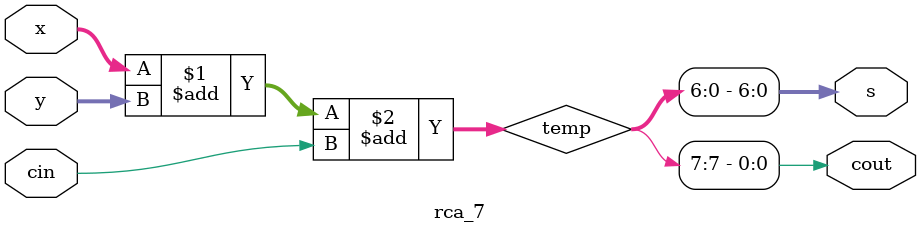
<source format=v>
module rca_2(x,y,cin,s,cout);
	
	input [1:0] x,y;
	input cin;
	output cout;
	output [1:0] s;
	wire [2:0] temp;

	assign temp = x + y + cin;
	assign s = temp[1:0];
	assign cout = temp[2];

endmodule

module rca_3(x,y,cin,s,cout);

	input [2:0] x,y;
	input cin;
	output cout;
	output [2:0] s;
	wire [3:0] temp;

	assign temp = x + y + cin;
	assign s = temp[2:0];
	assign cout = temp[3];

endmodule

module rca_4(x,y,cin,s,cout);

	input [3:0] x,y;
	input cin;
	output cout;
	output [3:0] s;
	wire [4:0] temp;

	assign temp = x + y + cin;
	assign s = temp[3:0];
	assign cout = temp[4];

endmodule

module rca_5(x,y,cin,s,cout);

	input [4:0] x,y;
	input cin;
	output cout;
	output [4:0] s;
	wire [5:0] temp;

	assign temp = x + y + cin;
	assign s = temp[4:0];
	assign cout = temp[5];

endmodule

module rca_6(x,y,cin,s,cout);

	input [5:0] x,y;
	input cin;
	output cout;
	output [5:0] s;
	wire [6:0] temp;

	assign temp = x + y + cin;
	assign s = temp[5:0];
	assign cout = temp[6];

endmodule

module rca_7(x,y,cin,s,cout);

	input [6:0] x,y;
	input cin;
	output cout;
	output [6:0] s;
	wire [7:0] temp;

	assign temp = x + y + cin;
	assign s = temp[6:0];
	assign cout = temp[7];

endmodule
</source>
